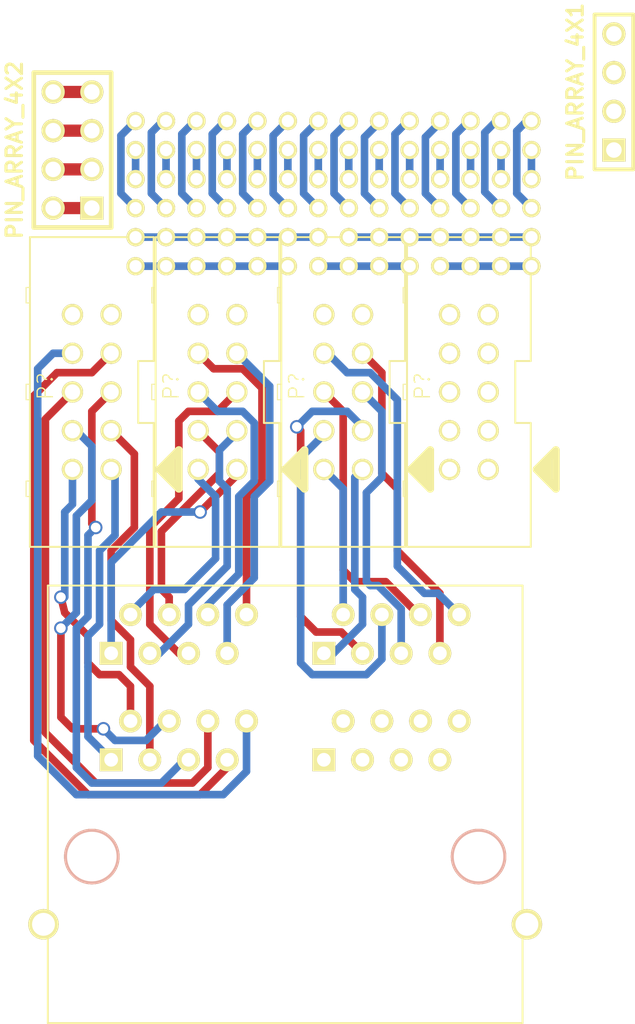
<source format=kicad_pcb>
(kicad_pcb (version 3) (host pcbnew "(2013-07-07 BZR 4022)-stable")

  (general
    (links 0)
    (no_connects 0)
    (area 91.8464 43.741623 135.4836 112.842501)
    (thickness 1.6)
    (drawings 0)
    (tracks 278)
    (zones 0)
    (modules 13)
    (nets 1)
  )

  (page A3)
  (layers
    (15 F.Cu signal)
    (0 B.Cu signal)
    (16 B.Adhes user)
    (17 F.Adhes user)
    (18 B.Paste user)
    (19 F.Paste user)
    (20 B.SilkS user)
    (21 F.SilkS user)
    (22 B.Mask user)
    (23 F.Mask user)
    (24 Dwgs.User user)
    (25 Cmts.User user)
    (26 Eco1.User user)
    (27 Eco2.User user)
    (28 Edge.Cuts user)
  )

  (setup
    (last_trace_width 0.5)
    (user_trace_width 0.5)
    (user_trace_width 0.8)
    (trace_clearance 0.254)
    (zone_clearance 0.508)
    (zone_45_only no)
    (trace_min 0.254)
    (segment_width 0.2)
    (edge_width 0.15)
    (via_size 0.889)
    (via_drill 0.635)
    (via_min_size 0.508)
    (via_min_drill 0.3)
    (user_via 0.508 0.3)
    (uvia_size 0.508)
    (uvia_drill 0.127)
    (uvias_allowed no)
    (uvia_min_size 0.508)
    (uvia_min_drill 0.127)
    (pcb_text_width 0.3)
    (pcb_text_size 1.5 1.5)
    (mod_edge_width 0.15)
    (mod_text_size 1.5 1.5)
    (mod_text_width 0.15)
    (pad_size 1.2 1.2)
    (pad_drill 0.8)
    (pad_to_mask_clearance 0.2)
    (aux_axis_origin 0 0)
    (visible_elements 7FFFFFFF)
    (pcbplotparams
      (layerselection 3178497)
      (usegerberextensions true)
      (excludeedgelayer true)
      (linewidth 0.100000)
      (plotframeref false)
      (viasonmask false)
      (mode 1)
      (useauxorigin false)
      (hpglpennumber 1)
      (hpglpenspeed 20)
      (hpglpendiameter 15)
      (hpglpenoverlay 2)
      (psnegative false)
      (psa4output false)
      (plotreference true)
      (plotvalue true)
      (plotothertext true)
      (plotinvisibletext false)
      (padsonsilk false)
      (subtractmaskfromsilk false)
      (outputformat 1)
      (mirror false)
      (drillshape 1)
      (scaleselection 1)
      (outputdirectory ""))
  )

  (net 0 "")

  (net_class Default "This is the default net class."
    (clearance 0.254)
    (trace_width 0.254)
    (via_dia 0.889)
    (via_drill 0.635)
    (uvia_dia 0.508)
    (uvia_drill 0.127)
    (add_net "")
  )

  (module FC_5X2   locked (layer F.Cu) (tedit 55464A84) (tstamp 5546A735)
    (at 106.045 71.12 90)
    (path FC_5X2)
    (attr virtual)
    (fp_text reference "" (at 3.81 -3.175 90) (layer F.SilkS) hide
      (effects (font (size 1 1) (thickness 0.0889)))
    )
    (fp_text value P? (at 0.381 -3.048 90) (layer F.SilkS)
      (effects (font (size 1.00076 1.00076) (thickness 0.0889)))
    )
    (fp_line (start -0.508 -4.064) (end 0.508 -4.064) (layer F.SilkS) (width 0.06604))
    (fp_line (start 0.508 -4.064) (end 0.508 -4.318) (layer F.SilkS) (width 0.06604))
    (fp_line (start -0.508 -4.318) (end 0.508 -4.318) (layer F.SilkS) (width 0.06604))
    (fp_line (start -0.508 -4.064) (end -0.508 -4.318) (layer F.SilkS) (width 0.06604))
    (fp_line (start -6.858 -4.064) (end -5.842 -4.064) (layer F.SilkS) (width 0.06604))
    (fp_line (start -5.842 -4.064) (end -5.842 -4.318) (layer F.SilkS) (width 0.06604))
    (fp_line (start -6.858 -4.318) (end -5.842 -4.318) (layer F.SilkS) (width 0.06604))
    (fp_line (start -6.858 -4.064) (end -6.858 -4.318) (layer F.SilkS) (width 0.06604))
    (fp_line (start 5.842 -4.064) (end 6.858 -4.064) (layer F.SilkS) (width 0.06604))
    (fp_line (start 6.858 -4.064) (end 6.858 -4.318) (layer F.SilkS) (width 0.06604))
    (fp_line (start 5.842 -4.318) (end 6.858 -4.318) (layer F.SilkS) (width 0.06604))
    (fp_line (start 5.842 -4.064) (end 5.842 -4.318) (layer F.SilkS) (width 0.06604))
    (fp_line (start 10.16 4.064) (end 10.16 -4.064) (layer F.SilkS) (width 0.127))
    (fp_line (start -10.16 -4.064) (end -10.16 4.064) (layer F.SilkS) (width 0.127))
    (fp_line (start -10.16 -4.064) (end 10.16 -4.064) (layer F.SilkS) (width 0.127))
    (fp_line (start 2.032 4.064) (end 2.032 3.048) (layer F.SilkS) (width 0.127))
    (fp_line (start 2.032 3.048) (end -2.032 3.048) (layer F.SilkS) (width 0.127))
    (fp_line (start -2.032 4.064) (end -2.032 3.048) (layer F.SilkS) (width 0.127))
    (fp_line (start 10.16 4.064) (end 2.032 4.064) (layer F.SilkS) (width 0.127))
    (fp_line (start -10.16 4.064) (end -2.032 4.064) (layer F.SilkS) (width 0.127))
    (fp_line (start -5.08 4.445) (end -6.35 5.715) (layer F.SilkS) (width 0.508))
    (fp_line (start -6.35 5.715) (end -3.81 5.715) (layer F.SilkS) (width 0.508))
    (fp_line (start -3.81 5.715) (end -5.08 4.445) (layer F.SilkS) (width 0.508))
    (fp_line (start -5.715 5.207) (end -4.445 5.207) (layer F.SilkS) (width 0.508))
    (fp_line (start -5.08 4.572) (end -5.08 4.953) (layer F.SilkS) (width 0.508))
    (pad 1 thru_hole circle (at -5.08 1.27 90) (size 1.397 2.794) (drill 0.99822)
      (layers *.Cu F.Paste F.SilkS F.Mask)
    )
    (pad 2 thru_hole circle (at -5.08 -1.27 90) (size 1.397 2.794) (drill 0.99822)
      (layers *.Cu F.Paste F.SilkS F.Mask)
    )
    (pad 3 thru_hole circle (at -2.54 1.27 90) (size 1.397 2.794) (drill 0.99822)
      (layers *.Cu F.Paste F.SilkS F.Mask)
    )
    (pad 4 thru_hole circle (at -2.54 -1.27 90) (size 1.397 2.794) (drill 0.99822)
      (layers *.Cu F.Paste F.SilkS F.Mask)
    )
    (pad 5 thru_hole circle (at 0 1.27 90) (size 1.397 2.794) (drill 0.99822)
      (layers *.Cu F.Paste F.SilkS F.Mask)
    )
    (pad 6 thru_hole circle (at 0 -1.27 90) (size 1.397 2.794) (drill 0.99822)
      (layers *.Cu F.Paste F.SilkS F.Mask)
    )
    (pad 7 thru_hole circle (at 2.54 1.27 90) (size 1.397 2.794) (drill 0.99822)
      (layers *.Cu F.Paste F.SilkS F.Mask)
    )
    (pad 8 thru_hole circle (at 2.54 -1.27 90) (size 1.397 2.794) (drill 0.99822)
      (layers *.Cu F.Paste F.SilkS F.Mask)
    )
    (pad 9 thru_hole circle (at 5.08 1.27 90) (size 1.397 2.794) (drill 0.99822)
      (layers *.Cu F.Paste F.SilkS F.Mask)
    )
    (pad 10 thru_hole circle (at 5.08 -1.27 90) (size 1.397 2.794) (drill 0.99822)
      (layers *.Cu F.Paste F.SilkS F.Mask)
    )
  )

  (module FC_5X2   locked (layer F.Cu) (tedit 55464A84) (tstamp 5546A782)
    (at 114.3 71.12 90)
    (path FC_5X2)
    (attr virtual)
    (fp_text reference "" (at 3.81 -3.175 90) (layer F.SilkS) hide
      (effects (font (size 1 1) (thickness 0.0889)))
    )
    (fp_text value P? (at 0.381 -3.048 90) (layer F.SilkS)
      (effects (font (size 1.00076 1.00076) (thickness 0.0889)))
    )
    (fp_line (start -0.508 -4.064) (end 0.508 -4.064) (layer F.SilkS) (width 0.06604))
    (fp_line (start 0.508 -4.064) (end 0.508 -4.318) (layer F.SilkS) (width 0.06604))
    (fp_line (start -0.508 -4.318) (end 0.508 -4.318) (layer F.SilkS) (width 0.06604))
    (fp_line (start -0.508 -4.064) (end -0.508 -4.318) (layer F.SilkS) (width 0.06604))
    (fp_line (start -6.858 -4.064) (end -5.842 -4.064) (layer F.SilkS) (width 0.06604))
    (fp_line (start -5.842 -4.064) (end -5.842 -4.318) (layer F.SilkS) (width 0.06604))
    (fp_line (start -6.858 -4.318) (end -5.842 -4.318) (layer F.SilkS) (width 0.06604))
    (fp_line (start -6.858 -4.064) (end -6.858 -4.318) (layer F.SilkS) (width 0.06604))
    (fp_line (start 5.842 -4.064) (end 6.858 -4.064) (layer F.SilkS) (width 0.06604))
    (fp_line (start 6.858 -4.064) (end 6.858 -4.318) (layer F.SilkS) (width 0.06604))
    (fp_line (start 5.842 -4.318) (end 6.858 -4.318) (layer F.SilkS) (width 0.06604))
    (fp_line (start 5.842 -4.064) (end 5.842 -4.318) (layer F.SilkS) (width 0.06604))
    (fp_line (start 10.16 4.064) (end 10.16 -4.064) (layer F.SilkS) (width 0.127))
    (fp_line (start -10.16 -4.064) (end -10.16 4.064) (layer F.SilkS) (width 0.127))
    (fp_line (start -10.16 -4.064) (end 10.16 -4.064) (layer F.SilkS) (width 0.127))
    (fp_line (start 2.032 4.064) (end 2.032 3.048) (layer F.SilkS) (width 0.127))
    (fp_line (start 2.032 3.048) (end -2.032 3.048) (layer F.SilkS) (width 0.127))
    (fp_line (start -2.032 4.064) (end -2.032 3.048) (layer F.SilkS) (width 0.127))
    (fp_line (start 10.16 4.064) (end 2.032 4.064) (layer F.SilkS) (width 0.127))
    (fp_line (start -10.16 4.064) (end -2.032 4.064) (layer F.SilkS) (width 0.127))
    (fp_line (start -5.08 4.445) (end -6.35 5.715) (layer F.SilkS) (width 0.508))
    (fp_line (start -6.35 5.715) (end -3.81 5.715) (layer F.SilkS) (width 0.508))
    (fp_line (start -3.81 5.715) (end -5.08 4.445) (layer F.SilkS) (width 0.508))
    (fp_line (start -5.715 5.207) (end -4.445 5.207) (layer F.SilkS) (width 0.508))
    (fp_line (start -5.08 4.572) (end -5.08 4.953) (layer F.SilkS) (width 0.508))
    (pad 1 thru_hole circle (at -5.08 1.27 90) (size 1.397 2.794) (drill 0.99822)
      (layers *.Cu F.Paste F.SilkS F.Mask)
    )
    (pad 2 thru_hole circle (at -5.08 -1.27 90) (size 1.397 2.794) (drill 0.99822)
      (layers *.Cu F.Paste F.SilkS F.Mask)
    )
    (pad 3 thru_hole circle (at -2.54 1.27 90) (size 1.397 2.794) (drill 0.99822)
      (layers *.Cu F.Paste F.SilkS F.Mask)
    )
    (pad 4 thru_hole circle (at -2.54 -1.27 90) (size 1.397 2.794) (drill 0.99822)
      (layers *.Cu F.Paste F.SilkS F.Mask)
    )
    (pad 5 thru_hole circle (at 0 1.27 90) (size 1.397 2.794) (drill 0.99822)
      (layers *.Cu F.Paste F.SilkS F.Mask)
    )
    (pad 6 thru_hole circle (at 0 -1.27 90) (size 1.397 2.794) (drill 0.99822)
      (layers *.Cu F.Paste F.SilkS F.Mask)
    )
    (pad 7 thru_hole circle (at 2.54 1.27 90) (size 1.397 2.794) (drill 0.99822)
      (layers *.Cu F.Paste F.SilkS F.Mask)
    )
    (pad 8 thru_hole circle (at 2.54 -1.27 90) (size 1.397 2.794) (drill 0.99822)
      (layers *.Cu F.Paste F.SilkS F.Mask)
    )
    (pad 9 thru_hole circle (at 5.08 1.27 90) (size 1.397 2.794) (drill 0.99822)
      (layers *.Cu F.Paste F.SilkS F.Mask)
    )
    (pad 10 thru_hole circle (at 5.08 -1.27 90) (size 1.397 2.794) (drill 0.99822)
      (layers *.Cu F.Paste F.SilkS F.Mask)
    )
  )

  (module FC_5X2   locked (layer F.Cu) (tedit 55464A84) (tstamp 5546A7CF)
    (at 97.79 71.12 90)
    (path FC_5X2)
    (attr virtual)
    (fp_text reference "" (at 3.81 -3.175 90) (layer F.SilkS) hide
      (effects (font (size 1 1) (thickness 0.0889)))
    )
    (fp_text value P? (at 0.381 -3.048 90) (layer F.SilkS)
      (effects (font (size 1.00076 1.00076) (thickness 0.0889)))
    )
    (fp_line (start -0.508 -4.064) (end 0.508 -4.064) (layer F.SilkS) (width 0.06604))
    (fp_line (start 0.508 -4.064) (end 0.508 -4.318) (layer F.SilkS) (width 0.06604))
    (fp_line (start -0.508 -4.318) (end 0.508 -4.318) (layer F.SilkS) (width 0.06604))
    (fp_line (start -0.508 -4.064) (end -0.508 -4.318) (layer F.SilkS) (width 0.06604))
    (fp_line (start -6.858 -4.064) (end -5.842 -4.064) (layer F.SilkS) (width 0.06604))
    (fp_line (start -5.842 -4.064) (end -5.842 -4.318) (layer F.SilkS) (width 0.06604))
    (fp_line (start -6.858 -4.318) (end -5.842 -4.318) (layer F.SilkS) (width 0.06604))
    (fp_line (start -6.858 -4.064) (end -6.858 -4.318) (layer F.SilkS) (width 0.06604))
    (fp_line (start 5.842 -4.064) (end 6.858 -4.064) (layer F.SilkS) (width 0.06604))
    (fp_line (start 6.858 -4.064) (end 6.858 -4.318) (layer F.SilkS) (width 0.06604))
    (fp_line (start 5.842 -4.318) (end 6.858 -4.318) (layer F.SilkS) (width 0.06604))
    (fp_line (start 5.842 -4.064) (end 5.842 -4.318) (layer F.SilkS) (width 0.06604))
    (fp_line (start 10.16 4.064) (end 10.16 -4.064) (layer F.SilkS) (width 0.127))
    (fp_line (start -10.16 -4.064) (end -10.16 4.064) (layer F.SilkS) (width 0.127))
    (fp_line (start -10.16 -4.064) (end 10.16 -4.064) (layer F.SilkS) (width 0.127))
    (fp_line (start 2.032 4.064) (end 2.032 3.048) (layer F.SilkS) (width 0.127))
    (fp_line (start 2.032 3.048) (end -2.032 3.048) (layer F.SilkS) (width 0.127))
    (fp_line (start -2.032 4.064) (end -2.032 3.048) (layer F.SilkS) (width 0.127))
    (fp_line (start 10.16 4.064) (end 2.032 4.064) (layer F.SilkS) (width 0.127))
    (fp_line (start -10.16 4.064) (end -2.032 4.064) (layer F.SilkS) (width 0.127))
    (fp_line (start -5.08 4.445) (end -6.35 5.715) (layer F.SilkS) (width 0.508))
    (fp_line (start -6.35 5.715) (end -3.81 5.715) (layer F.SilkS) (width 0.508))
    (fp_line (start -3.81 5.715) (end -5.08 4.445) (layer F.SilkS) (width 0.508))
    (fp_line (start -5.715 5.207) (end -4.445 5.207) (layer F.SilkS) (width 0.508))
    (fp_line (start -5.08 4.572) (end -5.08 4.953) (layer F.SilkS) (width 0.508))
    (pad 1 thru_hole circle (at -5.08 1.27 90) (size 1.397 2.794) (drill 0.99822)
      (layers *.Cu F.Paste F.SilkS F.Mask)
    )
    (pad 2 thru_hole circle (at -5.08 -1.27 90) (size 1.397 2.794) (drill 0.99822)
      (layers *.Cu F.Paste F.SilkS F.Mask)
    )
    (pad 3 thru_hole circle (at -2.54 1.27 90) (size 1.397 2.794) (drill 0.99822)
      (layers *.Cu F.Paste F.SilkS F.Mask)
    )
    (pad 4 thru_hole circle (at -2.54 -1.27 90) (size 1.397 2.794) (drill 0.99822)
      (layers *.Cu F.Paste F.SilkS F.Mask)
    )
    (pad 5 thru_hole circle (at 0 1.27 90) (size 1.397 2.794) (drill 0.99822)
      (layers *.Cu F.Paste F.SilkS F.Mask)
    )
    (pad 6 thru_hole circle (at 0 -1.27 90) (size 1.397 2.794) (drill 0.99822)
      (layers *.Cu F.Paste F.SilkS F.Mask)
    )
    (pad 7 thru_hole circle (at 2.54 1.27 90) (size 1.397 2.794) (drill 0.99822)
      (layers *.Cu F.Paste F.SilkS F.Mask)
    )
    (pad 8 thru_hole circle (at 2.54 -1.27 90) (size 1.397 2.794) (drill 0.99822)
      (layers *.Cu F.Paste F.SilkS F.Mask)
    )
    (pad 9 thru_hole circle (at 5.08 1.27 90) (size 1.397 2.794) (drill 0.99822)
      (layers *.Cu F.Paste F.SilkS F.Mask)
    )
    (pad 10 thru_hole circle (at 5.08 -1.27 90) (size 1.397 2.794) (drill 0.99822)
      (layers *.Cu F.Paste F.SilkS F.Mask)
    )
  )

  (module FC_5X2   locked (layer F.Cu) (tedit 55464A84) (tstamp 5546A81C)
    (at 122.555 71.12 90)
    (path FC_5X2)
    (attr virtual)
    (fp_text reference "" (at 3.81 -3.175 90) (layer F.SilkS) hide
      (effects (font (size 1 1) (thickness 0.0889)))
    )
    (fp_text value P? (at 0.381 -3.048 90) (layer F.SilkS)
      (effects (font (size 1.00076 1.00076) (thickness 0.0889)))
    )
    (fp_line (start -0.508 -4.064) (end 0.508 -4.064) (layer F.SilkS) (width 0.06604))
    (fp_line (start 0.508 -4.064) (end 0.508 -4.318) (layer F.SilkS) (width 0.06604))
    (fp_line (start -0.508 -4.318) (end 0.508 -4.318) (layer F.SilkS) (width 0.06604))
    (fp_line (start -0.508 -4.064) (end -0.508 -4.318) (layer F.SilkS) (width 0.06604))
    (fp_line (start -6.858 -4.064) (end -5.842 -4.064) (layer F.SilkS) (width 0.06604))
    (fp_line (start -5.842 -4.064) (end -5.842 -4.318) (layer F.SilkS) (width 0.06604))
    (fp_line (start -6.858 -4.318) (end -5.842 -4.318) (layer F.SilkS) (width 0.06604))
    (fp_line (start -6.858 -4.064) (end -6.858 -4.318) (layer F.SilkS) (width 0.06604))
    (fp_line (start 5.842 -4.064) (end 6.858 -4.064) (layer F.SilkS) (width 0.06604))
    (fp_line (start 6.858 -4.064) (end 6.858 -4.318) (layer F.SilkS) (width 0.06604))
    (fp_line (start 5.842 -4.318) (end 6.858 -4.318) (layer F.SilkS) (width 0.06604))
    (fp_line (start 5.842 -4.064) (end 5.842 -4.318) (layer F.SilkS) (width 0.06604))
    (fp_line (start 10.16 4.064) (end 10.16 -4.064) (layer F.SilkS) (width 0.127))
    (fp_line (start -10.16 -4.064) (end -10.16 4.064) (layer F.SilkS) (width 0.127))
    (fp_line (start -10.16 -4.064) (end 10.16 -4.064) (layer F.SilkS) (width 0.127))
    (fp_line (start 2.032 4.064) (end 2.032 3.048) (layer F.SilkS) (width 0.127))
    (fp_line (start 2.032 3.048) (end -2.032 3.048) (layer F.SilkS) (width 0.127))
    (fp_line (start -2.032 4.064) (end -2.032 3.048) (layer F.SilkS) (width 0.127))
    (fp_line (start 10.16 4.064) (end 2.032 4.064) (layer F.SilkS) (width 0.127))
    (fp_line (start -10.16 4.064) (end -2.032 4.064) (layer F.SilkS) (width 0.127))
    (fp_line (start -5.08 4.445) (end -6.35 5.715) (layer F.SilkS) (width 0.508))
    (fp_line (start -6.35 5.715) (end -3.81 5.715) (layer F.SilkS) (width 0.508))
    (fp_line (start -3.81 5.715) (end -5.08 4.445) (layer F.SilkS) (width 0.508))
    (fp_line (start -5.715 5.207) (end -4.445 5.207) (layer F.SilkS) (width 0.508))
    (fp_line (start -5.08 4.572) (end -5.08 4.953) (layer F.SilkS) (width 0.508))
    (pad 1 thru_hole circle (at -5.08 1.27 90) (size 1.397 2.794) (drill 0.99822)
      (layers *.Cu F.Paste F.SilkS F.Mask)
    )
    (pad 2 thru_hole circle (at -5.08 -1.27 90) (size 1.397 2.794) (drill 0.99822)
      (layers *.Cu F.Paste F.SilkS F.Mask)
    )
    (pad 3 thru_hole circle (at -2.54 1.27 90) (size 1.397 2.794) (drill 0.99822)
      (layers *.Cu F.Paste F.SilkS F.Mask)
    )
    (pad 4 thru_hole circle (at -2.54 -1.27 90) (size 1.397 2.794) (drill 0.99822)
      (layers *.Cu F.Paste F.SilkS F.Mask)
    )
    (pad 5 thru_hole circle (at 0 1.27 90) (size 1.397 2.794) (drill 0.99822)
      (layers *.Cu F.Paste F.SilkS F.Mask)
    )
    (pad 6 thru_hole circle (at 0 -1.27 90) (size 1.397 2.794) (drill 0.99822)
      (layers *.Cu F.Paste F.SilkS F.Mask)
    )
    (pad 7 thru_hole circle (at 2.54 1.27 90) (size 1.397 2.794) (drill 0.99822)
      (layers *.Cu F.Paste F.SilkS F.Mask)
    )
    (pad 8 thru_hole circle (at 2.54 -1.27 90) (size 1.397 2.794) (drill 0.99822)
      (layers *.Cu F.Paste F.SilkS F.Mask)
    )
    (pad 9 thru_hole circle (at 5.08 1.27 90) (size 1.397 2.794) (drill 0.99822)
      (layers *.Cu F.Paste F.SilkS F.Mask)
    )
    (pad 10 thru_hole circle (at 5.08 -1.27 90) (size 1.397 2.794) (drill 0.99822)
      (layers *.Cu F.Paste F.SilkS F.Mask)
    )
  )

  (module RJ45_2X2   locked (layer F.Cu) (tedit 554251B7) (tstamp 55470EEA)
    (at 110.49 99.06)
    (tags RJ45_2X2)
    (path /534EB5C5)
    (fp_text reference J? (at 0.254 4.826) (layer F.SilkS) hide
      (effects (font (size 1.524 1.524) (thickness 0.3048)))
    )
    (fp_text value RJ45_2x2 (at 0.14224 -0.1016) (layer F.SilkS) hide
      (effects (font (size 1.00076 1.00076) (thickness 0.2032)))
    )
    (fp_line (start -15.59 13.465) (end 15.59 13.465) (layer F.SilkS) (width 0.127))
    (fp_line (start 15.59 13.465) (end 15.59 -15.24) (layer F.SilkS) (width 0.127))
    (fp_line (start 15.59 -15.24) (end -15.59 -15.24) (layer F.SilkS) (width 0.127))
    (fp_line (start -15.59 -15.24) (end -15.59 13.465) (layer F.SilkS) (width 0.127))
    (pad 1 thru_hole rect (at -11.43 -10.795) (size 1.50114 1.50114) (drill 0.89916)
      (layers *.Cu *.Mask F.SilkS)
    )
    (pad 2 thru_hole circle (at -10.16 -13.335) (size 1.50114 1.50114) (drill 0.89916)
      (layers *.Cu *.Mask F.SilkS)
    )
    (pad 3 thru_hole circle (at -8.89 -10.795) (size 1.50114 1.50114) (drill 0.89916)
      (layers *.Cu *.Mask F.SilkS)
    )
    (pad 4 thru_hole circle (at -7.62 -13.335) (size 1.50114 1.50114) (drill 0.89916)
      (layers *.Cu *.Mask F.SilkS)
    )
    (pad 5 thru_hole circle (at -6.35 -10.795) (size 1.50114 1.50114) (drill 0.89916)
      (layers *.Cu *.Mask F.SilkS)
    )
    (pad 6 thru_hole circle (at -5.08 -13.335) (size 1.50114 1.50114) (drill 0.89916)
      (layers *.Cu *.Mask F.SilkS)
    )
    (pad 7 thru_hole circle (at -3.81 -10.795) (size 1.50114 1.50114) (drill 0.89916)
      (layers *.Cu *.Mask F.SilkS)
    )
    (pad 8 thru_hole circle (at -2.54 -13.335) (size 1.50114 1.50114) (drill 0.89916)
      (layers *.Cu *.Mask F.SilkS)
    )
    (pad 9 thru_hole rect (at -11.43 -3.81) (size 1.50114 1.50114) (drill 0.89916)
      (layers *.Cu *.Mask F.SilkS)
    )
    (pad 10 thru_hole circle (at -10.16 -6.35) (size 1.50114 1.50114) (drill 0.89916)
      (layers *.Cu *.Mask F.SilkS)
    )
    (pad 11 thru_hole circle (at -8.89 -3.81) (size 1.50114 1.50114) (drill 0.89916)
      (layers *.Cu *.Mask F.SilkS)
    )
    (pad 12 thru_hole circle (at -7.62 -6.35) (size 1.50114 1.50114) (drill 0.89916)
      (layers *.Cu *.Mask F.SilkS)
    )
    (pad 13 thru_hole circle (at -6.35 -3.81) (size 1.50114 1.50114) (drill 0.89916)
      (layers *.Cu *.Mask F.SilkS)
    )
    (pad 14 thru_hole circle (at -5.08 -6.35) (size 1.50114 1.50114) (drill 0.89916)
      (layers *.Cu *.Mask F.SilkS)
    )
    (pad 15 thru_hole circle (at -3.81 -3.81) (size 1.50114 1.50114) (drill 0.89916)
      (layers *.Cu *.Mask F.SilkS)
    )
    (pad 16 thru_hole circle (at -2.54 -6.35) (size 1.50114 1.50114) (drill 0.89916)
      (layers *.Cu *.Mask F.SilkS)
    )
    (pad 17 thru_hole rect (at 2.54 -10.795) (size 1.50114 1.50114) (drill 0.89916)
      (layers *.Cu *.Mask F.SilkS)
    )
    (pad 18 thru_hole circle (at 3.81 -13.335) (size 1.50114 1.50114) (drill 0.89916)
      (layers *.Cu *.Mask F.SilkS)
    )
    (pad 19 thru_hole circle (at 5.08 -10.795) (size 1.50114 1.50114) (drill 0.89916)
      (layers *.Cu *.Mask F.SilkS)
    )
    (pad 20 thru_hole circle (at 6.35 -13.335) (size 1.50114 1.50114) (drill 0.89916)
      (layers *.Cu *.Mask F.SilkS)
    )
    (pad 21 thru_hole circle (at 7.62 -10.795) (size 1.50114 1.50114) (drill 0.89916)
      (layers *.Cu *.Mask F.SilkS)
    )
    (pad 22 thru_hole circle (at 8.89 -13.335) (size 1.50114 1.50114) (drill 0.89916)
      (layers *.Cu *.Mask F.SilkS)
    )
    (pad 23 thru_hole circle (at 10.16 -10.795) (size 1.50114 1.50114) (drill 0.89916)
      (layers *.Cu *.Mask F.SilkS)
    )
    (pad 24 thru_hole circle (at 11.43 -13.335) (size 1.50114 1.50114) (drill 0.89916)
      (layers *.Cu *.Mask F.SilkS)
    )
    (pad 25 thru_hole rect (at 2.54 -3.81) (size 1.50114 1.50114) (drill 0.89916)
      (layers *.Cu *.Mask F.SilkS)
    )
    (pad 26 thru_hole circle (at 3.81 -6.35) (size 1.50114 1.50114) (drill 0.89916)
      (layers *.Cu *.Mask F.SilkS)
    )
    (pad 27 thru_hole circle (at 5.08 -3.81) (size 1.50114 1.50114) (drill 0.89916)
      (layers *.Cu *.Mask F.SilkS)
    )
    (pad 28 thru_hole circle (at 6.35 -6.35) (size 1.50114 1.50114) (drill 0.89916)
      (layers *.Cu *.Mask F.SilkS)
    )
    (pad 29 thru_hole circle (at 7.62 -3.81) (size 1.50114 1.50114) (drill 0.89916)
      (layers *.Cu *.Mask F.SilkS)
    )
    (pad 30 thru_hole circle (at 8.89 -6.35) (size 1.50114 1.50114) (drill 0.89916)
      (layers *.Cu *.Mask F.SilkS)
    )
    (pad 31 thru_hole circle (at 10.16 -3.81) (size 1.50114 1.50114) (drill 0.89916)
      (layers *.Cu *.Mask F.SilkS)
    )
    (pad 32 thru_hole circle (at 11.43 -6.35) (size 1.50114 1.50114) (drill 0.89916)
      (layers *.Cu *.Mask F.SilkS)
    )
    (pad 33 thru_hole circle (at -15.875 6.985) (size 2 2) (drill 1.5)
      (layers *.Cu *.Mask F.SilkS)
    )
    (pad 34 thru_hole circle (at 15.875 6.985) (size 2 2) (drill 1.5)
      (layers *.Cu *.Mask F.SilkS)
    )
    (pad Hole np_thru_hole circle (at 12.7 2.54) (size 3.64998 3.64998) (drill 3.2512)
      (layers *.Cu *.SilkS *.Mask)
    )
    (pad Hole np_thru_hole circle (at -12.7 2.54) (size 3.64998 3.64998) (drill 3.2512)
      (layers *.Cu *.SilkS *.Mask)
    )
  )

  (module pin_array_4x2 (layer F.Cu) (tedit 3FAB90E6) (tstamp 5547AFB3)
    (at 96.52 55.245 90)
    (descr "Double rangee de contacts 2 x 4 pins")
    (tags CONN)
    (fp_text reference PIN_ARRAY_4X2 (at 0 -3.81 90) (layer F.SilkS)
      (effects (font (size 1.016 1.016) (thickness 0.2032)))
    )
    (fp_text value Val** (at 0 3.81 90) (layer F.SilkS) hide
      (effects (font (size 1.016 1.016) (thickness 0.2032)))
    )
    (fp_line (start -5.08 -2.54) (end 5.08 -2.54) (layer F.SilkS) (width 0.3048))
    (fp_line (start 5.08 -2.54) (end 5.08 2.54) (layer F.SilkS) (width 0.3048))
    (fp_line (start 5.08 2.54) (end -5.08 2.54) (layer F.SilkS) (width 0.3048))
    (fp_line (start -5.08 2.54) (end -5.08 -2.54) (layer F.SilkS) (width 0.3048))
    (pad 1 thru_hole rect (at -3.81 1.27 90) (size 1.524 1.524) (drill 1.016)
      (layers *.Cu *.Mask F.SilkS)
    )
    (pad 2 thru_hole circle (at -3.81 -1.27 90) (size 1.524 1.524) (drill 1.016)
      (layers *.Cu *.Mask F.SilkS)
    )
    (pad 3 thru_hole circle (at -1.27 1.27 90) (size 1.524 1.524) (drill 1.016)
      (layers *.Cu *.Mask F.SilkS)
    )
    (pad 4 thru_hole circle (at -1.27 -1.27 90) (size 1.524 1.524) (drill 1.016)
      (layers *.Cu *.Mask F.SilkS)
    )
    (pad 5 thru_hole circle (at 1.27 1.27 90) (size 1.524 1.524) (drill 1.016)
      (layers *.Cu *.Mask F.SilkS)
    )
    (pad 6 thru_hole circle (at 1.27 -1.27 90) (size 1.524 1.524) (drill 1.016)
      (layers *.Cu *.Mask F.SilkS)
    )
    (pad 7 thru_hole circle (at 3.81 1.27 90) (size 1.524 1.524) (drill 1.016)
      (layers *.Cu *.Mask F.SilkS)
    )
    (pad 8 thru_hole circle (at 3.81 -1.27 90) (size 1.524 1.524) (drill 1.016)
      (layers *.Cu *.Mask F.SilkS)
    )
    (model pin_array/pins_array_4x2.wrl
      (at (xyz 0 0 0))
      (scale (xyz 1 1 1))
      (rotate (xyz 0 0 0))
    )
  )

  (module PIN_ARRAY_4x1 (layer F.Cu) (tedit 4C10F42E) (tstamp 5547B162)
    (at 132.08 51.435 90)
    (descr "Double rangee de contacts 2 x 5 pins")
    (tags CONN)
    (fp_text reference PIN_ARRAY_4X1 (at 0 -2.54 90) (layer F.SilkS)
      (effects (font (size 1.016 1.016) (thickness 0.2032)))
    )
    (fp_text value Val** (at 0 2.54 90) (layer F.SilkS) hide
      (effects (font (size 1.016 1.016) (thickness 0.2032)))
    )
    (fp_line (start 5.08 1.27) (end -5.08 1.27) (layer F.SilkS) (width 0.254))
    (fp_line (start 5.08 -1.27) (end -5.08 -1.27) (layer F.SilkS) (width 0.254))
    (fp_line (start -5.08 -1.27) (end -5.08 1.27) (layer F.SilkS) (width 0.254))
    (fp_line (start 5.08 1.27) (end 5.08 -1.27) (layer F.SilkS) (width 0.254))
    (pad 1 thru_hole rect (at -3.81 0 90) (size 1.524 1.524) (drill 1.016)
      (layers *.Cu *.Mask F.SilkS)
    )
    (pad 2 thru_hole circle (at -1.27 0 90) (size 1.524 1.524) (drill 1.016)
      (layers *.Cu *.Mask F.SilkS)
    )
    (pad 3 thru_hole circle (at 1.27 0 90) (size 1.524 1.524) (drill 1.016)
      (layers *.Cu *.Mask F.SilkS)
    )
    (pad 4 thru_hole circle (at 3.81 0 90) (size 1.524 1.524) (drill 1.016)
      (layers *.Cu *.Mask F.SilkS)
    )
    (model pin_array\pins_array_4x1.wrl
      (at (xyz 0 0 0))
      (scale (xyz 1 1 1))
      (rotate (xyz 0 0 0))
    )
  )

  (module ROW10_2mm (layer F.Cu) (tedit 55476A2A) (tstamp 5547B6FC)
    (at 113.665 62.865)
    (descr "Double rangee de contacts 2 x 8 pins")
    (tags CONN)
    (path /4F6344A8)
    (fp_text reference P? (at 3.5 1.5) (layer F.SilkS) hide
      (effects (font (size 0.8001 0.5) (thickness 0.1)))
    )
    (fp_text value ROW10_2mm (at -1 1.5) (layer F.SilkS) hide
      (effects (font (size 0.8 0.5) (thickness 0.1)))
    )
    (pad 11 thru_hole circle (at 7 0) (size 1.2 1.2) (drill 0.8)
      (layers *.Cu *.Mask F.SilkS)
      (solder_mask_margin 0.1)
      (solder_paste_margin -0.1)
      (clearance 0.1)
    )
    (pad 12 thru_hole circle (at 9 0) (size 1.2 1.2) (drill 0.8)
      (layers *.Cu *.Mask F.SilkS)
      (solder_mask_margin 0.1)
      (solder_paste_margin -0.1)
      (clearance 0.1)
    )
    (pad 14 thru_hole circle (at 13 0) (size 1.2 1.2) (drill 0.8)
      (layers *.Cu *.Mask F.SilkS)
      (solder_mask_margin 0.1)
      (solder_paste_margin -0.1)
      (clearance 0.1)
    )
    (pad 13 thru_hole circle (at 11 0) (size 1.2 1.2) (drill 0.8)
      (layers *.Cu *.Mask F.SilkS)
      (solder_mask_margin 0.1)
      (solder_paste_margin -0.1)
      (clearance 0.1)
    )
    (pad 1 thru_hole circle (at -13 0) (size 1.2 1.2) (drill 0.8)
      (layers *.Cu *.Mask F.SilkS)
      (solder_mask_margin 0.1)
      (solder_paste_margin -0.1)
      (clearance 0.1)
    )
    (pad 2 thru_hole circle (at -11 0) (size 1.2 1.2) (drill 0.8)
      (layers *.Cu *.Mask F.SilkS)
      (solder_mask_margin 0.1)
      (solder_paste_margin -0.1)
      (clearance 0.1)
    )
    (pad 3 thru_hole circle (at -9 0) (size 1.2 1.2) (drill 0.8)
      (layers *.Cu *.Mask F.SilkS)
      (solder_mask_margin 0.1)
      (solder_paste_margin -0.1)
      (clearance 0.1)
    )
    (pad 4 thru_hole circle (at -7 0) (size 1.2 1.2) (drill 0.8)
      (layers *.Cu *.Mask F.SilkS)
      (solder_mask_margin 0.1)
      (solder_paste_margin -0.1)
      (clearance 0.1)
    )
    (pad 5 thru_hole circle (at -5 0) (size 1.2 1.2) (drill 0.8)
      (layers *.Cu *.Mask F.SilkS)
      (solder_mask_margin 0.1)
      (solder_paste_margin -0.1)
      (clearance 0.1)
    )
    (pad 6 thru_hole circle (at -3 0) (size 1.2 1.2) (drill 0.8)
      (layers *.Cu *.Mask F.SilkS)
      (solder_mask_margin 0.1)
      (solder_paste_margin -0.1)
      (clearance 0.1)
    )
    (pad 7 thru_hole circle (at -1 0) (size 1.2 1.2) (drill 0.8)
      (layers *.Cu *.Mask F.SilkS)
      (solder_mask_margin 0.1)
      (solder_paste_margin -0.1)
      (clearance 0.1)
    )
    (pad 8 thru_hole circle (at 1 0) (size 1.2 1.2) (drill 0.8)
      (layers *.Cu *.Mask F.SilkS)
      (solder_mask_margin 0.1)
      (solder_paste_margin -0.1)
      (clearance 0.1)
    )
    (pad 9 thru_hole circle (at 3 0) (size 1.2 1.2) (drill 0.8)
      (layers *.Cu *.Mask F.SilkS)
      (solder_mask_margin 0.1)
      (solder_paste_margin -0.1)
      (clearance 0.1)
    )
    (pad 10 thru_hole circle (at 5 0) (size 1.2 1.2) (drill 0.8)
      (layers *.Cu *.Mask F.SilkS)
      (solder_mask_margin 0.1)
      (solder_paste_margin -0.1)
      (clearance 0.1)
    )
  )

  (module ROW10_2mm (layer F.Cu) (tedit 55476A2A) (tstamp 5547B754)
    (at 113.665 60.96)
    (descr "Double rangee de contacts 2 x 8 pins")
    (tags CONN)
    (path /4F6344A8)
    (fp_text reference P? (at 3.5 1.5) (layer F.SilkS) hide
      (effects (font (size 0.8001 0.5) (thickness 0.1)))
    )
    (fp_text value ROW10_2mm (at -1 1.5) (layer F.SilkS) hide
      (effects (font (size 0.8 0.5) (thickness 0.1)))
    )
    (pad 11 thru_hole circle (at 7 0) (size 1.2 1.2) (drill 0.8)
      (layers *.Cu *.Mask F.SilkS)
      (solder_mask_margin 0.1)
      (solder_paste_margin -0.1)
      (clearance 0.1)
    )
    (pad 12 thru_hole circle (at 9 0) (size 1.2 1.2) (drill 0.8)
      (layers *.Cu *.Mask F.SilkS)
      (solder_mask_margin 0.1)
      (solder_paste_margin -0.1)
      (clearance 0.1)
    )
    (pad 14 thru_hole circle (at 13 0) (size 1.2 1.2) (drill 0.8)
      (layers *.Cu *.Mask F.SilkS)
      (solder_mask_margin 0.1)
      (solder_paste_margin -0.1)
      (clearance 0.1)
    )
    (pad 13 thru_hole circle (at 11 0) (size 1.2 1.2) (drill 0.8)
      (layers *.Cu *.Mask F.SilkS)
      (solder_mask_margin 0.1)
      (solder_paste_margin -0.1)
      (clearance 0.1)
    )
    (pad 1 thru_hole circle (at -13 0) (size 1.2 1.2) (drill 0.8)
      (layers *.Cu *.Mask F.SilkS)
      (solder_mask_margin 0.1)
      (solder_paste_margin -0.1)
      (clearance 0.1)
    )
    (pad 2 thru_hole circle (at -11 0) (size 1.2 1.2) (drill 0.8)
      (layers *.Cu *.Mask F.SilkS)
      (solder_mask_margin 0.1)
      (solder_paste_margin -0.1)
      (clearance 0.1)
    )
    (pad 3 thru_hole circle (at -9 0) (size 1.2 1.2) (drill 0.8)
      (layers *.Cu *.Mask F.SilkS)
      (solder_mask_margin 0.1)
      (solder_paste_margin -0.1)
      (clearance 0.1)
    )
    (pad 4 thru_hole circle (at -7 0) (size 1.2 1.2) (drill 0.8)
      (layers *.Cu *.Mask F.SilkS)
      (solder_mask_margin 0.1)
      (solder_paste_margin -0.1)
      (clearance 0.1)
    )
    (pad 5 thru_hole circle (at -5 0) (size 1.2 1.2) (drill 0.8)
      (layers *.Cu *.Mask F.SilkS)
      (solder_mask_margin 0.1)
      (solder_paste_margin -0.1)
      (clearance 0.1)
    )
    (pad 6 thru_hole circle (at -3 0) (size 1.2 1.2) (drill 0.8)
      (layers *.Cu *.Mask F.SilkS)
      (solder_mask_margin 0.1)
      (solder_paste_margin -0.1)
      (clearance 0.1)
    )
    (pad 7 thru_hole circle (at -1 0) (size 1.2 1.2) (drill 0.8)
      (layers *.Cu *.Mask F.SilkS)
      (solder_mask_margin 0.1)
      (solder_paste_margin -0.1)
      (clearance 0.1)
    )
    (pad 8 thru_hole circle (at 1 0) (size 1.2 1.2) (drill 0.8)
      (layers *.Cu *.Mask F.SilkS)
      (solder_mask_margin 0.1)
      (solder_paste_margin -0.1)
      (clearance 0.1)
    )
    (pad 9 thru_hole circle (at 3 0) (size 1.2 1.2) (drill 0.8)
      (layers *.Cu *.Mask F.SilkS)
      (solder_mask_margin 0.1)
      (solder_paste_margin -0.1)
      (clearance 0.1)
    )
    (pad 10 thru_hole circle (at 5 0) (size 1.2 1.2) (drill 0.8)
      (layers *.Cu *.Mask F.SilkS)
      (solder_mask_margin 0.1)
      (solder_paste_margin -0.1)
      (clearance 0.1)
    )
  )

  (module ROW10_2mm (layer F.Cu) (tedit 55476A2A) (tstamp 5547B777)
    (at 113.665 59.055)
    (descr "Double rangee de contacts 2 x 8 pins")
    (tags CONN)
    (path /4F6344A8)
    (fp_text reference P? (at 3.5 1.5) (layer F.SilkS) hide
      (effects (font (size 0.8001 0.5) (thickness 0.1)))
    )
    (fp_text value ROW10_2mm (at -1 1.5) (layer F.SilkS) hide
      (effects (font (size 0.8 0.5) (thickness 0.1)))
    )
    (pad 11 thru_hole circle (at 7 0) (size 1.2 1.2) (drill 0.8)
      (layers *.Cu *.Mask F.SilkS)
      (solder_mask_margin 0.1)
      (solder_paste_margin -0.1)
      (clearance 0.1)
    )
    (pad 12 thru_hole circle (at 9 0) (size 1.2 1.2) (drill 0.8)
      (layers *.Cu *.Mask F.SilkS)
      (solder_mask_margin 0.1)
      (solder_paste_margin -0.1)
      (clearance 0.1)
    )
    (pad 14 thru_hole circle (at 13 0) (size 1.2 1.2) (drill 0.8)
      (layers *.Cu *.Mask F.SilkS)
      (solder_mask_margin 0.1)
      (solder_paste_margin -0.1)
      (clearance 0.1)
    )
    (pad 13 thru_hole circle (at 11 0) (size 1.2 1.2) (drill 0.8)
      (layers *.Cu *.Mask F.SilkS)
      (solder_mask_margin 0.1)
      (solder_paste_margin -0.1)
      (clearance 0.1)
    )
    (pad 1 thru_hole circle (at -13 0) (size 1.2 1.2) (drill 0.8)
      (layers *.Cu *.Mask F.SilkS)
      (solder_mask_margin 0.1)
      (solder_paste_margin -0.1)
      (clearance 0.1)
    )
    (pad 2 thru_hole circle (at -11 0) (size 1.2 1.2) (drill 0.8)
      (layers *.Cu *.Mask F.SilkS)
      (solder_mask_margin 0.1)
      (solder_paste_margin -0.1)
      (clearance 0.1)
    )
    (pad 3 thru_hole circle (at -9 0) (size 1.2 1.2) (drill 0.8)
      (layers *.Cu *.Mask F.SilkS)
      (solder_mask_margin 0.1)
      (solder_paste_margin -0.1)
      (clearance 0.1)
    )
    (pad 4 thru_hole circle (at -7 0) (size 1.2 1.2) (drill 0.8)
      (layers *.Cu *.Mask F.SilkS)
      (solder_mask_margin 0.1)
      (solder_paste_margin -0.1)
      (clearance 0.1)
    )
    (pad 5 thru_hole circle (at -5 0) (size 1.2 1.2) (drill 0.8)
      (layers *.Cu *.Mask F.SilkS)
      (solder_mask_margin 0.1)
      (solder_paste_margin -0.1)
      (clearance 0.1)
    )
    (pad 6 thru_hole circle (at -3 0) (size 1.2 1.2) (drill 0.8)
      (layers *.Cu *.Mask F.SilkS)
      (solder_mask_margin 0.1)
      (solder_paste_margin -0.1)
      (clearance 0.1)
    )
    (pad 7 thru_hole circle (at -1 0) (size 1.2 1.2) (drill 0.8)
      (layers *.Cu *.Mask F.SilkS)
      (solder_mask_margin 0.1)
      (solder_paste_margin -0.1)
      (clearance 0.1)
    )
    (pad 8 thru_hole circle (at 1 0) (size 1.2 1.2) (drill 0.8)
      (layers *.Cu *.Mask F.SilkS)
      (solder_mask_margin 0.1)
      (solder_paste_margin -0.1)
      (clearance 0.1)
    )
    (pad 9 thru_hole circle (at 3 0) (size 1.2 1.2) (drill 0.8)
      (layers *.Cu *.Mask F.SilkS)
      (solder_mask_margin 0.1)
      (solder_paste_margin -0.1)
      (clearance 0.1)
    )
    (pad 10 thru_hole circle (at 5 0) (size 1.2 1.2) (drill 0.8)
      (layers *.Cu *.Mask F.SilkS)
      (solder_mask_margin 0.1)
      (solder_paste_margin -0.1)
      (clearance 0.1)
    )
  )

  (module ROW10_2mm (layer F.Cu) (tedit 55476A2A) (tstamp 5547B79A)
    (at 113.665 57.15)
    (descr "Double rangee de contacts 2 x 8 pins")
    (tags CONN)
    (path /4F6344A8)
    (fp_text reference P? (at 3.5 1.5) (layer F.SilkS) hide
      (effects (font (size 0.8001 0.5) (thickness 0.1)))
    )
    (fp_text value ROW10_2mm (at -1 1.5) (layer F.SilkS) hide
      (effects (font (size 0.8 0.5) (thickness 0.1)))
    )
    (pad 11 thru_hole circle (at 7 0) (size 1.2 1.2) (drill 0.8)
      (layers *.Cu *.Mask F.SilkS)
      (solder_mask_margin 0.1)
      (solder_paste_margin -0.1)
      (clearance 0.1)
    )
    (pad 12 thru_hole circle (at 9 0) (size 1.2 1.2) (drill 0.8)
      (layers *.Cu *.Mask F.SilkS)
      (solder_mask_margin 0.1)
      (solder_paste_margin -0.1)
      (clearance 0.1)
    )
    (pad 14 thru_hole circle (at 13 0) (size 1.2 1.2) (drill 0.8)
      (layers *.Cu *.Mask F.SilkS)
      (solder_mask_margin 0.1)
      (solder_paste_margin -0.1)
      (clearance 0.1)
    )
    (pad 13 thru_hole circle (at 11 0) (size 1.2 1.2) (drill 0.8)
      (layers *.Cu *.Mask F.SilkS)
      (solder_mask_margin 0.1)
      (solder_paste_margin -0.1)
      (clearance 0.1)
    )
    (pad 1 thru_hole circle (at -13 0) (size 1.2 1.2) (drill 0.8)
      (layers *.Cu *.Mask F.SilkS)
      (solder_mask_margin 0.1)
      (solder_paste_margin -0.1)
      (clearance 0.1)
    )
    (pad 2 thru_hole circle (at -11 0) (size 1.2 1.2) (drill 0.8)
      (layers *.Cu *.Mask F.SilkS)
      (solder_mask_margin 0.1)
      (solder_paste_margin -0.1)
      (clearance 0.1)
    )
    (pad 3 thru_hole circle (at -9 0) (size 1.2 1.2) (drill 0.8)
      (layers *.Cu *.Mask F.SilkS)
      (solder_mask_margin 0.1)
      (solder_paste_margin -0.1)
      (clearance 0.1)
    )
    (pad 4 thru_hole circle (at -7 0) (size 1.2 1.2) (drill 0.8)
      (layers *.Cu *.Mask F.SilkS)
      (solder_mask_margin 0.1)
      (solder_paste_margin -0.1)
      (clearance 0.1)
    )
    (pad 5 thru_hole circle (at -5 0) (size 1.2 1.2) (drill 0.8)
      (layers *.Cu *.Mask F.SilkS)
      (solder_mask_margin 0.1)
      (solder_paste_margin -0.1)
      (clearance 0.1)
    )
    (pad 6 thru_hole circle (at -3 0) (size 1.2 1.2) (drill 0.8)
      (layers *.Cu *.Mask F.SilkS)
      (solder_mask_margin 0.1)
      (solder_paste_margin -0.1)
      (clearance 0.1)
    )
    (pad 7 thru_hole circle (at -1 0) (size 1.2 1.2) (drill 0.8)
      (layers *.Cu *.Mask F.SilkS)
      (solder_mask_margin 0.1)
      (solder_paste_margin -0.1)
      (clearance 0.1)
    )
    (pad 8 thru_hole circle (at 1 0) (size 1.2 1.2) (drill 0.8)
      (layers *.Cu *.Mask F.SilkS)
      (solder_mask_margin 0.1)
      (solder_paste_margin -0.1)
      (clearance 0.1)
    )
    (pad 9 thru_hole circle (at 3 0) (size 1.2 1.2) (drill 0.8)
      (layers *.Cu *.Mask F.SilkS)
      (solder_mask_margin 0.1)
      (solder_paste_margin -0.1)
      (clearance 0.1)
    )
    (pad 10 thru_hole circle (at 5 0) (size 1.2 1.2) (drill 0.8)
      (layers *.Cu *.Mask F.SilkS)
      (solder_mask_margin 0.1)
      (solder_paste_margin -0.1)
      (clearance 0.1)
    )
  )

  (module ROW10_2mm (layer F.Cu) (tedit 55476A2A) (tstamp 5547B7BD)
    (at 113.665 55.245)
    (descr "Double rangee de contacts 2 x 8 pins")
    (tags CONN)
    (path /4F6344A8)
    (fp_text reference P? (at 3.5 1.5) (layer F.SilkS) hide
      (effects (font (size 0.8001 0.5) (thickness 0.1)))
    )
    (fp_text value ROW10_2mm (at -1 1.5) (layer F.SilkS) hide
      (effects (font (size 0.8 0.5) (thickness 0.1)))
    )
    (pad 11 thru_hole circle (at 7 0) (size 1.2 1.2) (drill 0.8)
      (layers *.Cu *.Mask F.SilkS)
      (solder_mask_margin 0.1)
      (solder_paste_margin -0.1)
      (clearance 0.1)
    )
    (pad 12 thru_hole circle (at 9 0) (size 1.2 1.2) (drill 0.8)
      (layers *.Cu *.Mask F.SilkS)
      (solder_mask_margin 0.1)
      (solder_paste_margin -0.1)
      (clearance 0.1)
    )
    (pad 14 thru_hole circle (at 13 0) (size 1.2 1.2) (drill 0.8)
      (layers *.Cu *.Mask F.SilkS)
      (solder_mask_margin 0.1)
      (solder_paste_margin -0.1)
      (clearance 0.1)
    )
    (pad 13 thru_hole circle (at 11 0) (size 1.2 1.2) (drill 0.8)
      (layers *.Cu *.Mask F.SilkS)
      (solder_mask_margin 0.1)
      (solder_paste_margin -0.1)
      (clearance 0.1)
    )
    (pad 1 thru_hole circle (at -13 0) (size 1.2 1.2) (drill 0.8)
      (layers *.Cu *.Mask F.SilkS)
      (solder_mask_margin 0.1)
      (solder_paste_margin -0.1)
      (clearance 0.1)
    )
    (pad 2 thru_hole circle (at -11 0) (size 1.2 1.2) (drill 0.8)
      (layers *.Cu *.Mask F.SilkS)
      (solder_mask_margin 0.1)
      (solder_paste_margin -0.1)
      (clearance 0.1)
    )
    (pad 3 thru_hole circle (at -9 0) (size 1.2 1.2) (drill 0.8)
      (layers *.Cu *.Mask F.SilkS)
      (solder_mask_margin 0.1)
      (solder_paste_margin -0.1)
      (clearance 0.1)
    )
    (pad 4 thru_hole circle (at -7 0) (size 1.2 1.2) (drill 0.8)
      (layers *.Cu *.Mask F.SilkS)
      (solder_mask_margin 0.1)
      (solder_paste_margin -0.1)
      (clearance 0.1)
    )
    (pad 5 thru_hole circle (at -5 0) (size 1.2 1.2) (drill 0.8)
      (layers *.Cu *.Mask F.SilkS)
      (solder_mask_margin 0.1)
      (solder_paste_margin -0.1)
      (clearance 0.1)
    )
    (pad 6 thru_hole circle (at -3 0) (size 1.2 1.2) (drill 0.8)
      (layers *.Cu *.Mask F.SilkS)
      (solder_mask_margin 0.1)
      (solder_paste_margin -0.1)
      (clearance 0.1)
    )
    (pad 7 thru_hole circle (at -1 0) (size 1.2 1.2) (drill 0.8)
      (layers *.Cu *.Mask F.SilkS)
      (solder_mask_margin 0.1)
      (solder_paste_margin -0.1)
      (clearance 0.1)
    )
    (pad 8 thru_hole circle (at 1 0) (size 1.2 1.2) (drill 0.8)
      (layers *.Cu *.Mask F.SilkS)
      (solder_mask_margin 0.1)
      (solder_paste_margin -0.1)
      (clearance 0.1)
    )
    (pad 9 thru_hole circle (at 3 0) (size 1.2 1.2) (drill 0.8)
      (layers *.Cu *.Mask F.SilkS)
      (solder_mask_margin 0.1)
      (solder_paste_margin -0.1)
      (clearance 0.1)
    )
    (pad 10 thru_hole circle (at 5 0) (size 1.2 1.2) (drill 0.8)
      (layers *.Cu *.Mask F.SilkS)
      (solder_mask_margin 0.1)
      (solder_paste_margin -0.1)
      (clearance 0.1)
    )
  )

  (module ROW10_2mm (layer F.Cu) (tedit 55476A2A) (tstamp 5547B7E0)
    (at 113.665 53.34)
    (descr "Double rangee de contacts 2 x 8 pins")
    (tags CONN)
    (path /4F6344A8)
    (fp_text reference P? (at 3.5 1.5) (layer F.SilkS) hide
      (effects (font (size 0.8001 0.5) (thickness 0.1)))
    )
    (fp_text value ROW10_2mm (at -1 1.5) (layer F.SilkS) hide
      (effects (font (size 0.8 0.5) (thickness 0.1)))
    )
    (pad 11 thru_hole circle (at 7 0) (size 1.2 1.2) (drill 0.8)
      (layers *.Cu *.Mask F.SilkS)
      (solder_mask_margin 0.1)
      (solder_paste_margin -0.1)
      (clearance 0.1)
    )
    (pad 12 thru_hole circle (at 9 0) (size 1.2 1.2) (drill 0.8)
      (layers *.Cu *.Mask F.SilkS)
      (solder_mask_margin 0.1)
      (solder_paste_margin -0.1)
      (clearance 0.1)
    )
    (pad 14 thru_hole circle (at 13 0) (size 1.2 1.2) (drill 0.8)
      (layers *.Cu *.Mask F.SilkS)
      (solder_mask_margin 0.1)
      (solder_paste_margin -0.1)
      (clearance 0.1)
    )
    (pad 13 thru_hole circle (at 11 0) (size 1.2 1.2) (drill 0.8)
      (layers *.Cu *.Mask F.SilkS)
      (solder_mask_margin 0.1)
      (solder_paste_margin -0.1)
      (clearance 0.1)
    )
    (pad 1 thru_hole circle (at -13 0) (size 1.2 1.2) (drill 0.8)
      (layers *.Cu *.Mask F.SilkS)
      (solder_mask_margin 0.1)
      (solder_paste_margin -0.1)
      (clearance 0.1)
    )
    (pad 2 thru_hole circle (at -11 0) (size 1.2 1.2) (drill 0.8)
      (layers *.Cu *.Mask F.SilkS)
      (solder_mask_margin 0.1)
      (solder_paste_margin -0.1)
      (clearance 0.1)
    )
    (pad 3 thru_hole circle (at -9 0) (size 1.2 1.2) (drill 0.8)
      (layers *.Cu *.Mask F.SilkS)
      (solder_mask_margin 0.1)
      (solder_paste_margin -0.1)
      (clearance 0.1)
    )
    (pad 4 thru_hole circle (at -7 0) (size 1.2 1.2) (drill 0.8)
      (layers *.Cu *.Mask F.SilkS)
      (solder_mask_margin 0.1)
      (solder_paste_margin -0.1)
      (clearance 0.1)
    )
    (pad 5 thru_hole circle (at -5 0) (size 1.2 1.2) (drill 0.8)
      (layers *.Cu *.Mask F.SilkS)
      (solder_mask_margin 0.1)
      (solder_paste_margin -0.1)
      (clearance 0.1)
    )
    (pad 6 thru_hole circle (at -3 0) (size 1.2 1.2) (drill 0.8)
      (layers *.Cu *.Mask F.SilkS)
      (solder_mask_margin 0.1)
      (solder_paste_margin -0.1)
      (clearance 0.1)
    )
    (pad 7 thru_hole circle (at -1 0) (size 1.2 1.2) (drill 0.8)
      (layers *.Cu *.Mask F.SilkS)
      (solder_mask_margin 0.1)
      (solder_paste_margin -0.1)
      (clearance 0.1)
    )
    (pad 8 thru_hole circle (at 1 0) (size 1.2 1.2) (drill 0.8)
      (layers *.Cu *.Mask F.SilkS)
      (solder_mask_margin 0.1)
      (solder_paste_margin -0.1)
      (clearance 0.1)
    )
    (pad 9 thru_hole circle (at 3 0) (size 1.2 1.2) (drill 0.8)
      (layers *.Cu *.Mask F.SilkS)
      (solder_mask_margin 0.1)
      (solder_paste_margin -0.1)
      (clearance 0.1)
    )
    (pad 10 thru_hole circle (at 5 0) (size 1.2 1.2) (drill 0.8)
      (layers *.Cu *.Mask F.SilkS)
      (solder_mask_margin 0.1)
      (solder_paste_margin -0.1)
      (clearance 0.1)
    )
  )

  (segment (start 113.03 68.58) (end 113.284 68.58) (width 0.5) (layer B.Cu) (net 0) (status C00000))
  (segment (start 120.523 84.328) (end 121.92 85.725) (width 0.5) (layer B.Cu) (net 0) (tstamp 5547BD9C) (status 800000))
  (segment (start 119.634 84.328) (end 120.523 84.328) (width 0.5) (layer B.Cu) (net 0) (tstamp 5547BD9B))
  (segment (start 117.856 82.55) (end 119.634 84.328) (width 0.5) (layer B.Cu) (net 0) (tstamp 5547BD9A))
  (segment (start 117.856 71.628) (end 117.856 82.55) (width 0.5) (layer B.Cu) (net 0) (tstamp 5547BD99))
  (segment (start 116.078 69.85) (end 117.856 71.628) (width 0.5) (layer B.Cu) (net 0) (tstamp 5547BD98))
  (segment (start 114.554 69.85) (end 116.078 69.85) (width 0.5) (layer B.Cu) (net 0) (tstamp 5547BD97))
  (segment (start 113.284 68.58) (end 114.554 69.85) (width 0.5) (layer B.Cu) (net 0) (tstamp 5547BD96) (status 400000))
  (segment (start 120.65 88.265) (end 120.65 84.328) (width 0.5) (layer F.Cu) (net 0) (status 400000))
  (segment (start 116.84 69.85) (end 115.57 68.58) (width 0.5) (layer F.Cu) (net 0) (tstamp 5547BD93) (status 800000))
  (segment (start 116.84 76.454) (end 116.84 69.85) (width 0.5) (layer F.Cu) (net 0) (tstamp 5547BD92))
  (segment (start 117.856 77.47) (end 116.84 76.454) (width 0.5) (layer F.Cu) (net 0) (tstamp 5547BD91))
  (segment (start 117.856 81.534) (end 117.856 77.47) (width 0.5) (layer F.Cu) (net 0) (tstamp 5547BD8F))
  (segment (start 120.65 84.328) (end 117.856 81.534) (width 0.5) (layer F.Cu) (net 0) (tstamp 5547BD8E))
  (segment (start 119.38 85.725) (end 119.253 85.725) (width 0.5) (layer F.Cu) (net 0))
  (segment (start 114.3 72.39) (end 113.03 71.12) (width 0.5) (layer F.Cu) (net 0) (tstamp 5547BD74))
  (segment (start 114.3 82.804) (end 114.3 72.39) (width 0.5) (layer F.Cu) (net 0) (tstamp 5547BD73))
  (segment (start 115.062 83.566) (end 114.3 82.804) (width 0.5) (layer F.Cu) (net 0) (tstamp 5547BD72))
  (segment (start 117.094 83.566) (end 115.062 83.566) (width 0.5) (layer F.Cu) (net 0) (tstamp 5547BD71))
  (segment (start 119.253 85.725) (end 117.094 83.566) (width 0.5) (layer F.Cu) (net 0) (tstamp 5547BD70))
  (segment (start 115.57 73.66) (end 115.57 73.406) (width 0.5) (layer B.Cu) (net 0))
  (segment (start 114.173 86.868) (end 115.57 88.265) (width 0.5) (layer F.Cu) (net 0) (tstamp 5547BD6D))
  (segment (start 112.522 86.868) (end 114.173 86.868) (width 0.5) (layer F.Cu) (net 0) (tstamp 5547BD6C))
  (segment (start 111.506 85.852) (end 112.522 86.868) (width 0.5) (layer F.Cu) (net 0) (tstamp 5547BD6B))
  (segment (start 111.506 73.66) (end 111.506 85.852) (width 0.5) (layer F.Cu) (net 0) (tstamp 5547BD6A))
  (segment (start 111.252 73.406) (end 111.506 73.66) (width 0.5) (layer F.Cu) (net 0) (tstamp 5547BD69))
  (via (at 111.252 73.406) (size 0.889) (layers F.Cu B.Cu) (net 0))
  (segment (start 112.268 72.39) (end 111.252 73.406) (width 0.5) (layer B.Cu) (net 0) (tstamp 5547BD66))
  (segment (start 114.554 72.39) (end 112.268 72.39) (width 0.5) (layer B.Cu) (net 0) (tstamp 5547BD65))
  (segment (start 115.57 73.406) (end 114.554 72.39) (width 0.5) (layer B.Cu) (net 0) (tstamp 5547BD64))
  (segment (start 118.11 88.265) (end 118.11 85.344) (width 0.5) (layer B.Cu) (net 0))
  (segment (start 116.84 72.39) (end 115.57 71.12) (width 0.5) (layer B.Cu) (net 0) (tstamp 5547BD60))
  (segment (start 116.84 76.708) (end 116.84 72.39) (width 0.5) (layer B.Cu) (net 0) (tstamp 5547BD5F))
  (segment (start 115.824 77.724) (end 116.84 76.708) (width 0.5) (layer B.Cu) (net 0) (tstamp 5547BD5E))
  (segment (start 115.824 83.566) (end 115.824 77.724) (width 0.5) (layer B.Cu) (net 0) (tstamp 5547BD5D))
  (segment (start 116.078 83.82) (end 115.824 83.566) (width 0.5) (layer B.Cu) (net 0) (tstamp 5547BD5C))
  (segment (start 116.586 83.82) (end 116.078 83.82) (width 0.5) (layer B.Cu) (net 0) (tstamp 5547BD5B))
  (segment (start 118.11 85.344) (end 116.586 83.82) (width 0.5) (layer B.Cu) (net 0) (tstamp 5547BD5A))
  (segment (start 116.84 85.725) (end 116.84 88.646) (width 0.5) (layer B.Cu) (net 0))
  (segment (start 113.03 73.914) (end 113.03 73.66) (width 0.5) (layer B.Cu) (net 0) (tstamp 5547BD57))
  (segment (start 111.506 75.438) (end 113.03 73.914) (width 0.5) (layer B.Cu) (net 0) (tstamp 5547BD56))
  (segment (start 111.506 88.9) (end 111.506 75.438) (width 0.5) (layer B.Cu) (net 0) (tstamp 5547BD55))
  (segment (start 112.268 89.662) (end 111.506 88.9) (width 0.5) (layer B.Cu) (net 0) (tstamp 5547BD54))
  (segment (start 115.824 89.662) (end 112.268 89.662) (width 0.5) (layer B.Cu) (net 0) (tstamp 5547BD53))
  (segment (start 116.84 88.646) (end 115.824 89.662) (width 0.5) (layer B.Cu) (net 0) (tstamp 5547BD52))
  (segment (start 113.03 88.265) (end 113.665 88.265) (width 0.5) (layer B.Cu) (net 0))
  (segment (start 115.062 76.708) (end 115.57 76.2) (width 0.5) (layer B.Cu) (net 0) (tstamp 5547BD3C))
  (segment (start 115.062 84.074) (end 115.062 76.708) (width 0.5) (layer B.Cu) (net 0) (tstamp 5547BD3B))
  (segment (start 115.57 84.582) (end 115.062 84.074) (width 0.5) (layer B.Cu) (net 0) (tstamp 5547BD3A))
  (segment (start 115.57 86.36) (end 115.57 84.582) (width 0.5) (layer B.Cu) (net 0) (tstamp 5547BD39))
  (segment (start 113.665 88.265) (end 115.57 86.36) (width 0.5) (layer B.Cu) (net 0) (tstamp 5547BD38))
  (segment (start 114.3 85.725) (end 114.3 77.47) (width 0.5) (layer B.Cu) (net 0))
  (segment (start 114.3 77.47) (end 113.03 76.2) (width 0.5) (layer B.Cu) (net 0) (tstamp 5547BD30))
  (segment (start 107.95 92.71) (end 107.95 96.012) (width 0.5) (layer B.Cu) (net 0))
  (segment (start 95.25 68.58) (end 96.52 68.58) (width 0.5) (layer B.Cu) (net 0) (tstamp 5547BD2D))
  (segment (start 94.234 69.596) (end 95.25 68.58) (width 0.5) (layer B.Cu) (net 0) (tstamp 5547BD2C))
  (segment (start 94.234 94.996) (end 94.234 69.596) (width 0.5) (layer B.Cu) (net 0) (tstamp 5547BD2B))
  (segment (start 96.774 97.536) (end 94.234 94.996) (width 0.5) (layer B.Cu) (net 0) (tstamp 5547BD2A))
  (segment (start 106.426 97.536) (end 96.774 97.536) (width 0.5) (layer B.Cu) (net 0) (tstamp 5547BD29))
  (segment (start 107.95 96.012) (end 106.426 97.536) (width 0.5) (layer B.Cu) (net 0) (tstamp 5547BD28))
  (segment (start 96.012 84.582) (end 96.012 78.994) (width 0.5) (layer B.Cu) (net 0) (tstamp 5547BC89))
  (segment (start 106.68 95.25) (end 106.68 95.758) (width 0.5) (layer F.Cu) (net 0))
  (segment (start 97.79 69.85) (end 99.06 68.58) (width 0.5) (layer F.Cu) (net 0) (tstamp 5547BD0E))
  (segment (start 95.504 69.85) (end 97.79 69.85) (width 0.5) (layer F.Cu) (net 0) (tstamp 5547BD0D))
  (segment (start 93.98 71.374) (end 95.504 69.85) (width 0.5) (layer F.Cu) (net 0) (tstamp 5547BD0C))
  (segment (start 93.98 93.98) (end 93.98 71.374) (width 0.5) (layer F.Cu) (net 0) (tstamp 5547BD0B))
  (segment (start 97.536 97.536) (end 93.98 93.98) (width 0.5) (layer F.Cu) (net 0) (tstamp 5547BD0A))
  (segment (start 104.902 97.536) (end 97.536 97.536) (width 0.5) (layer F.Cu) (net 0) (tstamp 5547BD09))
  (segment (start 106.68 95.758) (end 104.902 97.536) (width 0.5) (layer F.Cu) (net 0) (tstamp 5547BD08))
  (segment (start 105.41 92.71) (end 105.41 95.758) (width 0.5) (layer F.Cu) (net 0))
  (segment (start 94.742 72.898) (end 96.52 71.12) (width 0.5) (layer F.Cu) (net 0) (tstamp 5547BD00))
  (segment (start 94.742 93.472) (end 94.742 72.898) (width 0.5) (layer F.Cu) (net 0) (tstamp 5547BCFE))
  (segment (start 98.044 96.774) (end 94.742 93.472) (width 0.5) (layer F.Cu) (net 0) (tstamp 5547BCFC))
  (segment (start 104.394 96.774) (end 98.044 96.774) (width 0.5) (layer F.Cu) (net 0) (tstamp 5547BCFB))
  (segment (start 105.41 95.758) (end 104.394 96.774) (width 0.5) (layer F.Cu) (net 0) (tstamp 5547BCFA))
  (segment (start 104.14 95.25) (end 103.886 95.25) (width 0.5) (layer B.Cu) (net 0))
  (segment (start 97.79 72.39) (end 99.06 71.12) (width 0.5) (layer F.Cu) (net 0) (tstamp 5547BCF7))
  (segment (start 97.79 79.756) (end 97.79 72.39) (width 0.5) (layer F.Cu) (net 0) (tstamp 5547BCF6))
  (segment (start 98.044 80.01) (end 97.79 79.756) (width 0.5) (layer F.Cu) (net 0) (tstamp 5547BCF5))
  (via (at 98.044 80.01) (size 0.889) (layers F.Cu B.Cu) (net 0))
  (segment (start 97.536 80.518) (end 98.044 80.01) (width 0.5) (layer B.Cu) (net 0) (tstamp 5547BCF2))
  (segment (start 97.536 85.852) (end 97.536 80.518) (width 0.5) (layer B.Cu) (net 0) (tstamp 5547BCF1))
  (segment (start 96.774 86.614) (end 97.536 85.852) (width 0.5) (layer B.Cu) (net 0) (tstamp 5547BCF0))
  (segment (start 96.774 95.758) (end 96.774 86.614) (width 0.5) (layer B.Cu) (net 0) (tstamp 5547BCEF))
  (segment (start 97.79 96.774) (end 96.774 95.758) (width 0.5) (layer B.Cu) (net 0) (tstamp 5547BCEE))
  (segment (start 102.362 96.774) (end 97.79 96.774) (width 0.5) (layer B.Cu) (net 0) (tstamp 5547BCED))
  (segment (start 103.886 95.25) (end 102.362 96.774) (width 0.5) (layer B.Cu) (net 0) (tstamp 5547BCEC))
  (segment (start 95.758 92.456) (end 95.758 86.614) (width 0.5) (layer F.Cu) (net 0) (tstamp 5547BCC9))
  (segment (start 102.87 92.71) (end 102.616 92.71) (width 0.5) (layer B.Cu) (net 0))
  (segment (start 96.774 73.66) (end 96.52 73.66) (width 0.5) (layer B.Cu) (net 0) (tstamp 5547BCD2))
  (segment (start 97.79 74.676) (end 96.774 73.66) (width 0.5) (layer B.Cu) (net 0) (tstamp 5547BCD1))
  (segment (start 97.79 78.232) (end 97.79 74.676) (width 0.5) (layer B.Cu) (net 0) (tstamp 5547BCD0))
  (segment (start 96.774 79.248) (end 97.79 78.232) (width 0.5) (layer B.Cu) (net 0) (tstamp 5547BCCF))
  (segment (start 96.774 85.598) (end 96.774 79.248) (width 0.5) (layer B.Cu) (net 0) (tstamp 5547BCCE))
  (segment (start 95.758 86.614) (end 96.774 85.598) (width 0.5) (layer B.Cu) (net 0) (tstamp 5547BCCD))
  (via (at 95.758 86.614) (size 0.889) (layers F.Cu B.Cu) (net 0))
  (segment (start 96.52 93.218) (end 95.758 92.456) (width 0.5) (layer F.Cu) (net 0) (tstamp 5547BCC8))
  (segment (start 98.552 93.218) (end 96.52 93.218) (width 0.5) (layer F.Cu) (net 0) (tstamp 5547BCC7))
  (via (at 98.552 93.218) (size 0.889) (layers F.Cu B.Cu) (net 0))
  (segment (start 99.314 93.98) (end 98.552 93.218) (width 0.5) (layer B.Cu) (net 0) (tstamp 5547BCC4))
  (segment (start 101.346 93.98) (end 99.314 93.98) (width 0.5) (layer B.Cu) (net 0) (tstamp 5547BCC3))
  (segment (start 102.616 92.71) (end 101.346 93.98) (width 0.5) (layer B.Cu) (net 0) (tstamp 5547BCC2))
  (segment (start 97.536 89.154) (end 97.536 93.726) (width 0.5) (layer B.Cu) (net 0))
  (segment (start 99.314 80.518) (end 99.314 76.454) (width 0.5) (layer B.Cu) (net 0) (tstamp 5547BC68))
  (segment (start 98.298 81.534) (end 99.314 80.518) (width 0.5) (layer B.Cu) (net 0) (tstamp 5547BC67))
  (segment (start 98.298 86.36) (end 98.298 81.534) (width 0.5) (layer B.Cu) (net 0) (tstamp 5547BC66))
  (segment (start 97.536 87.122) (end 98.298 86.36) (width 0.5) (layer B.Cu) (net 0) (tstamp 5547BC65))
  (segment (start 97.536 89.154) (end 97.536 87.122) (width 0.5) (layer B.Cu) (net 0) (tstamp 5547BC64))
  (segment (start 99.06 76.2) (end 99.314 76.454) (width 0.5) (layer B.Cu) (net 0) (tstamp 5547BC69))
  (segment (start 97.536 93.726) (end 99.06 95.25) (width 0.5) (layer B.Cu) (net 0) (tstamp 5547BCA6))
  (segment (start 101.6 95.25) (end 101.6 90.424) (width 0.5) (layer F.Cu) (net 0))
  (segment (start 100.584 75.184) (end 99.06 73.66) (width 0.5) (layer F.Cu) (net 0) (tstamp 5547BC9D))
  (segment (start 100.584 80.01) (end 100.584 75.184) (width 0.5) (layer F.Cu) (net 0) (tstamp 5547BC9C))
  (segment (start 99.06 81.534) (end 100.584 80.01) (width 0.5) (layer F.Cu) (net 0) (tstamp 5547BC9B))
  (segment (start 99.06 86.106) (end 99.06 81.534) (width 0.5) (layer F.Cu) (net 0) (tstamp 5547BC9A))
  (segment (start 99.822 86.868) (end 99.06 86.106) (width 0.5) (layer F.Cu) (net 0) (tstamp 5547BC99))
  (segment (start 100.33 87.376) (end 99.822 86.868) (width 0.5) (layer F.Cu) (net 0) (tstamp 5547BC98))
  (segment (start 100.33 89.154) (end 100.33 87.376) (width 0.5) (layer F.Cu) (net 0) (tstamp 5547BC97))
  (segment (start 101.6 90.424) (end 100.33 89.154) (width 0.5) (layer F.Cu) (net 0) (tstamp 5547BC96))
  (segment (start 100.33 92.71) (end 100.33 90.424) (width 0.5) (layer F.Cu) (net 0))
  (segment (start 96.52 78.486) (end 96.52 76.2) (width 0.5) (layer B.Cu) (net 0) (tstamp 5547BC8B))
  (segment (start 96.012 78.994) (end 96.52 78.486) (width 0.5) (layer B.Cu) (net 0) (tstamp 5547BC8A))
  (via (at 95.758 84.582) (size 0.889) (layers F.Cu B.Cu) (net 0))
  (segment (start 96.012 85.598) (end 95.758 84.582) (width 0.5) (layer F.Cu) (net 0) (tstamp 5547BC86))
  (segment (start 97.536 87.122) (end 96.012 85.598) (width 0.5) (layer F.Cu) (net 0) (tstamp 5547BC85))
  (segment (start 97.536 88.9) (end 97.536 87.122) (width 0.5) (layer F.Cu) (net 0) (tstamp 5547BC84))
  (segment (start 98.298 89.662) (end 97.536 88.9) (width 0.5) (layer F.Cu) (net 0) (tstamp 5547BC83))
  (segment (start 99.568 89.662) (end 98.298 89.662) (width 0.5) (layer F.Cu) (net 0) (tstamp 5547BC82))
  (segment (start 100.33 90.424) (end 99.568 89.662) (width 0.5) (layer F.Cu) (net 0) (tstamp 5547BC81))
  (segment (start 110.665 62.865) (end 100.665 62.865) (width 0.5) (layer B.Cu) (net 0))
  (segment (start 118.665 62.865) (end 112.665 62.865) (width 0.5) (layer B.Cu) (net 0))
  (segment (start 124.665 62.865) (end 122.665 62.865) (width 0.5) (layer B.Cu) (net 0))
  (segment (start 122.665 62.865) (end 120.665 62.865) (width 0.5) (layer B.Cu) (net 0) (tstamp 5547BC47))
  (segment (start 126.665 62.865) (end 124.665 62.865) (width 0.5) (layer B.Cu) (net 0))
  (segment (start 124.665 60.96) (end 126.665 60.96) (width 0.5) (layer B.Cu) (net 0))
  (segment (start 122.665 60.96) (end 124.665 60.96) (width 0.5) (layer B.Cu) (net 0))
  (segment (start 120.665 60.96) (end 122.665 60.96) (width 0.5) (layer B.Cu) (net 0))
  (segment (start 118.665 60.96) (end 120.665 60.96) (width 0.5) (layer B.Cu) (net 0))
  (segment (start 116.665 60.96) (end 118.665 60.96) (width 0.5) (layer B.Cu) (net 0))
  (segment (start 114.665 60.96) (end 116.665 60.96) (width 0.5) (layer B.Cu) (net 0))
  (segment (start 110.665 60.96) (end 112.665 60.96) (width 0.5) (layer B.Cu) (net 0))
  (segment (start 108.665 60.96) (end 110.665 60.96) (width 0.5) (layer B.Cu) (net 0))
  (segment (start 106.665 60.96) (end 108.665 60.96) (width 0.5) (layer B.Cu) (net 0))
  (segment (start 104.665 60.96) (end 106.665 60.96) (width 0.5) (layer B.Cu) (net 0))
  (segment (start 102.665 60.96) (end 104.665 60.96) (width 0.5) (layer B.Cu) (net 0))
  (segment (start 100.665 60.96) (end 102.665 60.96) (width 0.5) (layer B.Cu) (net 0))
  (segment (start 100.665 53.34) (end 100.66 53.34) (width 0.5) (layer B.Cu) (net 0))
  (segment (start 99.7 58.09) (end 100.665 59.055) (width 0.5) (layer B.Cu) (net 0) (tstamp 5547BC26))
  (segment (start 99.7 54.3) (end 99.7 58.09) (width 0.5) (layer B.Cu) (net 0) (tstamp 5547BC25))
  (segment (start 100.66 53.34) (end 99.7 54.3) (width 0.5) (layer B.Cu) (net 0) (tstamp 5547BC24))
  (segment (start 102.665 53.34) (end 102.46 53.34) (width 0.5) (layer B.Cu) (net 0))
  (segment (start 101.7 58.09) (end 102.665 59.055) (width 0.5) (layer B.Cu) (net 0) (tstamp 5547BC21))
  (segment (start 101.7 54.1) (end 101.7 58.09) (width 0.5) (layer B.Cu) (net 0) (tstamp 5547BC20))
  (segment (start 102.46 53.34) (end 101.7 54.1) (width 0.5) (layer B.Cu) (net 0) (tstamp 5547BC1F))
  (segment (start 104.665 53.34) (end 104.56 53.34) (width 0.5) (layer B.Cu) (net 0))
  (segment (start 103.7 58.09) (end 104.665 59.055) (width 0.5) (layer B.Cu) (net 0) (tstamp 5547BC1C))
  (segment (start 103.7 54.2) (end 103.7 58.09) (width 0.5) (layer B.Cu) (net 0) (tstamp 5547BC1B))
  (segment (start 104.56 53.34) (end 103.7 54.2) (width 0.5) (layer B.Cu) (net 0) (tstamp 5547BC1A))
  (segment (start 106.665 53.34) (end 106.56 53.34) (width 0.5) (layer B.Cu) (net 0))
  (segment (start 105.7 58.09) (end 106.665 59.055) (width 0.5) (layer B.Cu) (net 0) (tstamp 5547BC17))
  (segment (start 105.7 54.2) (end 105.7 58.09) (width 0.5) (layer B.Cu) (net 0) (tstamp 5547BC16))
  (segment (start 106.56 53.34) (end 105.7 54.2) (width 0.5) (layer B.Cu) (net 0) (tstamp 5547BC15))
  (segment (start 108.665 53.34) (end 108.56 53.34) (width 0.5) (layer B.Cu) (net 0))
  (segment (start 107.7 58.09) (end 108.665 59.055) (width 0.5) (layer B.Cu) (net 0) (tstamp 5547BC12))
  (segment (start 107.7 54.2) (end 107.7 58.09) (width 0.5) (layer B.Cu) (net 0) (tstamp 5547BC11))
  (segment (start 108.56 53.34) (end 107.7 54.2) (width 0.5) (layer B.Cu) (net 0) (tstamp 5547BC10))
  (segment (start 110.665 53.34) (end 110.66 53.34) (width 0.5) (layer B.Cu) (net 0))
  (segment (start 109.7 58.09) (end 110.665 59.055) (width 0.5) (layer B.Cu) (net 0) (tstamp 5547BC0D))
  (segment (start 109.7 54.3) (end 109.7 58.09) (width 0.5) (layer B.Cu) (net 0) (tstamp 5547BC0C))
  (segment (start 110.66 53.34) (end 109.7 54.3) (width 0.5) (layer B.Cu) (net 0) (tstamp 5547BC0B))
  (segment (start 112.665 53.34) (end 112.66 53.34) (width 0.5) (layer B.Cu) (net 0))
  (segment (start 111.7 58.09) (end 112.665 59.055) (width 0.5) (layer B.Cu) (net 0) (tstamp 5547BC08))
  (segment (start 111.7 54.3) (end 111.7 58.09) (width 0.5) (layer B.Cu) (net 0) (tstamp 5547BC07))
  (segment (start 112.66 53.34) (end 111.7 54.3) (width 0.5) (layer B.Cu) (net 0) (tstamp 5547BC06))
  (segment (start 114.665 53.34) (end 114.66 53.34) (width 0.5) (layer B.Cu) (net 0))
  (segment (start 113.7 58.09) (end 114.665 59.055) (width 0.5) (layer B.Cu) (net 0) (tstamp 5547BC03))
  (segment (start 113.7 54.3) (end 113.7 58.09) (width 0.5) (layer B.Cu) (net 0) (tstamp 5547BC02))
  (segment (start 114.66 53.34) (end 113.7 54.3) (width 0.5) (layer B.Cu) (net 0) (tstamp 5547BC01))
  (segment (start 116.665 53.34) (end 116.665 53.435) (width 0.5) (layer B.Cu) (net 0))
  (segment (start 115.7 58.09) (end 116.665 59.055) (width 0.5) (layer B.Cu) (net 0) (tstamp 5547BBFE))
  (segment (start 115.7 54.4) (end 115.7 58.09) (width 0.5) (layer B.Cu) (net 0) (tstamp 5547BBFD))
  (segment (start 116.665 53.435) (end 115.7 54.4) (width 0.5) (layer B.Cu) (net 0) (tstamp 5547BBFC))
  (segment (start 118.665 53.34) (end 118.56 53.34) (width 0.5) (layer B.Cu) (net 0))
  (segment (start 117.7 58.09) (end 118.665 59.055) (width 0.5) (layer B.Cu) (net 0) (tstamp 5547BBF9))
  (segment (start 117.7 54.2) (end 117.7 58.09) (width 0.5) (layer B.Cu) (net 0) (tstamp 5547BBF8))
  (segment (start 118.56 53.34) (end 117.7 54.2) (width 0.5) (layer B.Cu) (net 0) (tstamp 5547BBF7))
  (segment (start 120.665 53.34) (end 120.665 53.435) (width 0.5) (layer B.Cu) (net 0))
  (segment (start 119.7 58.09) (end 120.665 59.055) (width 0.5) (layer B.Cu) (net 0) (tstamp 5547BBF4))
  (segment (start 119.7 54.4) (end 119.7 58.09) (width 0.5) (layer B.Cu) (net 0) (tstamp 5547BBF3))
  (segment (start 120.665 53.435) (end 119.7 54.4) (width 0.5) (layer B.Cu) (net 0) (tstamp 5547BBF2))
  (segment (start 122.665 53.34) (end 122.56 53.34) (width 0.5) (layer B.Cu) (net 0))
  (segment (start 121.7 58.09) (end 122.665 59.055) (width 0.5) (layer B.Cu) (net 0) (tstamp 5547BBEF))
  (segment (start 121.7 54.2) (end 121.7 58.09) (width 0.5) (layer B.Cu) (net 0) (tstamp 5547BBEE))
  (segment (start 122.56 53.34) (end 121.7 54.2) (width 0.5) (layer B.Cu) (net 0) (tstamp 5547BBED))
  (segment (start 124.665 53.34) (end 124.36 53.34) (width 0.5) (layer B.Cu) (net 0))
  (segment (start 123.6 57.99) (end 124.665 59.055) (width 0.5) (layer B.Cu) (net 0) (tstamp 5547BBEA))
  (segment (start 123.6 54.1) (end 123.6 57.99) (width 0.5) (layer B.Cu) (net 0) (tstamp 5547BBE9))
  (segment (start 124.36 53.34) (end 123.6 54.1) (width 0.5) (layer B.Cu) (net 0) (tstamp 5547BBE8))
  (segment (start 126.665 53.34) (end 126.36 53.34) (width 0.5) (layer B.Cu) (net 0))
  (segment (start 125.7 58.09) (end 126.665 59.055) (width 0.5) (layer B.Cu) (net 0) (tstamp 5547BBE5))
  (segment (start 125.7 54) (end 125.7 58.09) (width 0.5) (layer B.Cu) (net 0) (tstamp 5547BBE4))
  (segment (start 126.36 53.34) (end 125.7 54) (width 0.5) (layer B.Cu) (net 0) (tstamp 5547BBE3))
  (segment (start 126.665 55.245) (end 126.665 57.15) (width 0.5) (layer B.Cu) (net 0))
  (segment (start 124.665 55.245) (end 124.665 57.15) (width 0.5) (layer B.Cu) (net 0))
  (segment (start 122.665 55.245) (end 122.665 57.15) (width 0.5) (layer B.Cu) (net 0))
  (segment (start 120.665 55.245) (end 120.665 57.15) (width 0.5) (layer B.Cu) (net 0))
  (segment (start 118.665 55.245) (end 118.665 57.15) (width 0.5) (layer B.Cu) (net 0))
  (segment (start 116.665 55.245) (end 116.665 57.15) (width 0.5) (layer B.Cu) (net 0))
  (segment (start 114.665 55.245) (end 114.665 57.15) (width 0.5) (layer B.Cu) (net 0))
  (segment (start 112.665 55.245) (end 112.665 57.15) (width 0.5) (layer B.Cu) (net 0))
  (segment (start 110.665 55.245) (end 110.665 57.15) (width 0.5) (layer B.Cu) (net 0))
  (segment (start 108.665 55.245) (end 108.665 57.15) (width 0.5) (layer B.Cu) (net 0))
  (segment (start 106.665 55.245) (end 106.665 57.15) (width 0.5) (layer B.Cu) (net 0))
  (segment (start 104.665 55.245) (end 104.665 57.15) (width 0.5) (layer B.Cu) (net 0))
  (segment (start 102.665 55.245) (end 102.665 57.15) (width 0.5) (layer B.Cu) (net 0))
  (segment (start 100.665 55.245) (end 100.665 57.15) (width 0.5) (layer B.Cu) (net 0))
  (segment (start 95.25 59.055) (end 97.79 59.055) (width 0.8) (layer F.Cu) (net 0))
  (segment (start 95.25 56.515) (end 97.79 56.515) (width 0.8) (layer F.Cu) (net 0))
  (segment (start 95.25 53.975) (end 97.79 53.975) (width 0.8) (layer F.Cu) (net 0))
  (segment (start 95.25 51.435) (end 97.79 51.435) (width 0.8) (layer F.Cu) (net 0))
  (segment (start 99.06 88.265) (end 99.06 85.09) (width 0.5) (layer B.Cu) (net 0))
  (segment (start 107.315 76.581) (end 107.315 76.2) (width 0.5) (layer F.Cu) (net 0) (tstamp 5547BB49))
  (segment (start 104.902 78.994) (end 107.315 76.581) (width 0.5) (layer F.Cu) (net 0) (tstamp 5547BB48))
  (via (at 104.902 78.994) (size 0.889) (layers F.Cu B.Cu) (net 0))
  (segment (start 102.362 78.994) (end 104.902 78.994) (width 0.5) (layer B.Cu) (net 0) (tstamp 5547BB45))
  (segment (start 99.06 82.296) (end 102.362 78.994) (width 0.5) (layer B.Cu) (net 0) (tstamp 5547BB44))
  (segment (start 99.06 85.09) (end 99.06 82.296) (width 0.5) (layer B.Cu) (net 0) (tstamp 5547BB43))
  (segment (start 99.06 85.09) (end 99.06 85.09) (width 0.5) (layer B.Cu) (net 0) (tstamp 5547BB42))
  (segment (start 100.33 85.725) (end 100.33 85.598) (width 0.5) (layer B.Cu) (net 0))
  (segment (start 104.775 76.835) (end 104.775 76.2) (width 0.5) (layer B.Cu) (net 0) (tstamp 5547BB3F))
  (segment (start 105.918 77.978) (end 104.775 76.835) (width 0.5) (layer B.Cu) (net 0) (tstamp 5547BB3E))
  (segment (start 105.918 82.042) (end 105.918 77.978) (width 0.5) (layer B.Cu) (net 0) (tstamp 5547BB3C))
  (segment (start 103.886 84.074) (end 105.918 82.042) (width 0.5) (layer B.Cu) (net 0) (tstamp 5547BB3B))
  (segment (start 101.854 84.074) (end 103.886 84.074) (width 0.5) (layer B.Cu) (net 0) (tstamp 5547BB3A))
  (segment (start 100.33 85.598) (end 101.854 84.074) (width 0.5) (layer B.Cu) (net 0) (tstamp 5547BB39))
  (segment (start 101.6 88.265) (end 102.235 88.265) (width 0.5) (layer B.Cu) (net 0))
  (segment (start 107.315 73.787) (end 107.315 73.66) (width 0.5) (layer B.Cu) (net 0) (tstamp 5547BB35))
  (segment (start 106.172 74.93) (end 107.315 73.787) (width 0.5) (layer B.Cu) (net 0) (tstamp 5547BB34))
  (segment (start 106.172 76.962) (end 106.172 74.93) (width 0.5) (layer B.Cu) (net 0) (tstamp 5547BB33))
  (segment (start 106.68 77.47) (end 106.172 76.962) (width 0.5) (layer B.Cu) (net 0) (tstamp 5547BB32))
  (segment (start 106.68 82.55) (end 106.68 77.47) (width 0.5) (layer B.Cu) (net 0) (tstamp 5547BB31))
  (segment (start 104.14 85.09) (end 106.68 82.55) (width 0.5) (layer B.Cu) (net 0) (tstamp 5547BB30))
  (segment (start 104.14 86.36) (end 104.14 85.09) (width 0.5) (layer B.Cu) (net 0) (tstamp 5547BB2F))
  (segment (start 102.235 88.265) (end 104.14 86.36) (width 0.5) (layer B.Cu) (net 0) (tstamp 5547BB2E))
  (segment (start 107.95 85.725) (end 107.95 77.978) (width 0.5) (layer F.Cu) (net 0))
  (segment (start 105.791 69.596) (end 104.775 68.58) (width 0.5) (layer F.Cu) (net 0) (tstamp 5547BB05))
  (segment (start 107.696 69.596) (end 105.791 69.596) (width 0.5) (layer F.Cu) (net 0) (tstamp 5547BB04))
  (segment (start 108.966 70.866) (end 107.696 69.596) (width 0.5) (layer F.Cu) (net 0) (tstamp 5547BB03))
  (segment (start 108.966 76.962) (end 108.966 70.866) (width 0.5) (layer F.Cu) (net 0) (tstamp 5547BB02))
  (segment (start 107.95 77.978) (end 108.966 76.962) (width 0.5) (layer F.Cu) (net 0) (tstamp 5547BB01))
  (segment (start 106.68 88.265) (end 106.68 85.09) (width 0.5) (layer B.Cu) (net 0))
  (segment (start 109.474 70.739) (end 107.315 68.58) (width 0.5) (layer B.Cu) (net 0) (tstamp 5547BAFD))
  (segment (start 109.474 76.962) (end 109.474 70.739) (width 0.5) (layer B.Cu) (net 0) (tstamp 5547BAFC))
  (segment (start 108.458 77.978) (end 109.474 76.962) (width 0.5) (layer B.Cu) (net 0) (tstamp 5547BAFB))
  (segment (start 108.458 83.312) (end 108.458 77.978) (width 0.5) (layer B.Cu) (net 0) (tstamp 5547BAFA))
  (segment (start 106.68 85.09) (end 108.458 83.312) (width 0.5) (layer B.Cu) (net 0) (tstamp 5547BAF9))
  (segment (start 105.41 85.725) (end 105.41 85.09) (width 0.5) (layer B.Cu) (net 0))
  (segment (start 106.045 72.39) (end 104.775 71.12) (width 0.5) (layer B.Cu) (net 0) (tstamp 5547BAF6))
  (segment (start 107.696 72.39) (end 106.045 72.39) (width 0.5) (layer B.Cu) (net 0) (tstamp 5547BAF5))
  (segment (start 108.458 73.152) (end 107.696 72.39) (width 0.5) (layer B.Cu) (net 0) (tstamp 5547BAF4))
  (segment (start 108.458 76.962) (end 108.458 73.152) (width 0.5) (layer B.Cu) (net 0) (tstamp 5547BAF3))
  (segment (start 107.442 77.978) (end 108.458 76.962) (width 0.5) (layer B.Cu) (net 0) (tstamp 5547BAF2))
  (segment (start 107.442 83.058) (end 107.442 77.978) (width 0.5) (layer B.Cu) (net 0) (tstamp 5547BAF0))
  (segment (start 105.41 85.09) (end 107.442 83.058) (width 0.5) (layer B.Cu) (net 0) (tstamp 5547BAEF))
  (segment (start 102.87 85.725) (end 102.87 84.582) (width 0.5) (layer F.Cu) (net 0))
  (segment (start 106.172 75.057) (end 104.775 73.66) (width 0.5) (layer F.Cu) (net 0) (tstamp 5547BAE3))
  (segment (start 106.172 76.454) (end 106.172 75.057) (width 0.5) (layer F.Cu) (net 0) (tstamp 5547BAE1))
  (segment (start 102.362 80.264) (end 106.172 76.454) (width 0.5) (layer F.Cu) (net 0) (tstamp 5547BAE0))
  (segment (start 102.362 84.074) (end 102.362 80.264) (width 0.5) (layer F.Cu) (net 0) (tstamp 5547BADF))
  (segment (start 102.87 84.582) (end 102.362 84.074) (width 0.5) (layer F.Cu) (net 0) (tstamp 5547BADE))
  (segment (start 104.14 88.265) (end 103.505 88.265) (width 0.5) (layer F.Cu) (net 0))
  (segment (start 106.045 72.39) (end 107.315 71.12) (width 0.5) (layer F.Cu) (net 0) (tstamp 5547BAC6))
  (segment (start 104.14 72.39) (end 106.045 72.39) (width 0.5) (layer F.Cu) (net 0) (tstamp 5547BAC5))
  (segment (start 103.505 73.025) (end 104.14 72.39) (width 0.5) (layer F.Cu) (net 0) (tstamp 5547BAC4))
  (segment (start 103.505 78.105) (end 103.505 73.025) (width 0.5) (layer F.Cu) (net 0) (tstamp 5547BAC3))
  (segment (start 101.6 80.01) (end 103.505 78.105) (width 0.5) (layer F.Cu) (net 0) (tstamp 5547BAC2))
  (segment (start 101.6 86.36) (end 101.6 80.01) (width 0.5) (layer F.Cu) (net 0) (tstamp 5547BAC1))
  (segment (start 103.505 88.265) (end 101.6 86.36) (width 0.5) (layer F.Cu) (net 0) (tstamp 5547BAC0))

)

</source>
